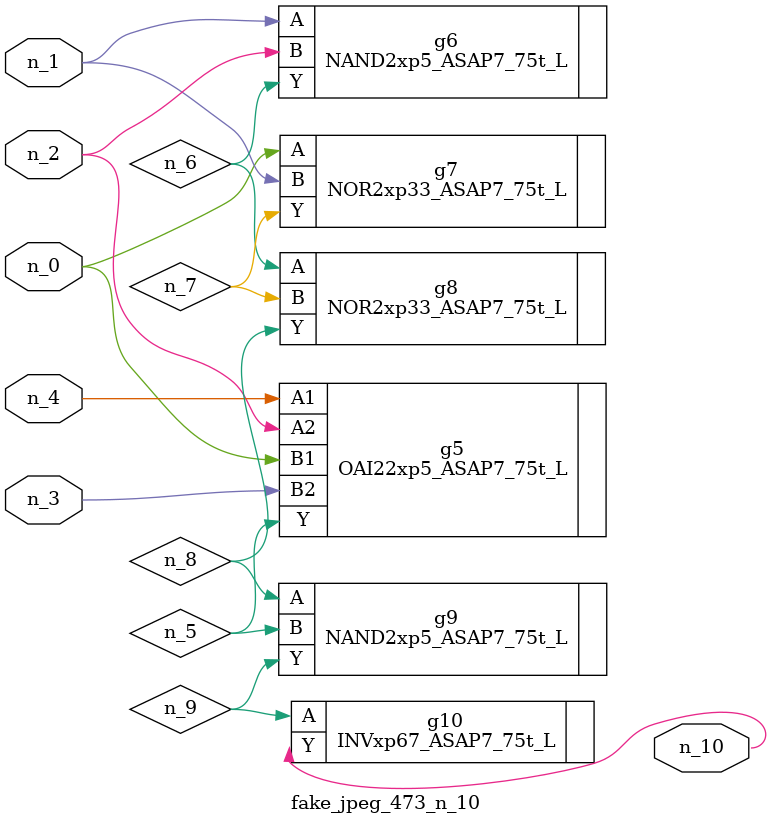
<source format=v>
module fake_jpeg_473_n_10 (n_3, n_2, n_1, n_0, n_4, n_10);

input n_3;
input n_2;
input n_1;
input n_0;
input n_4;

output n_10;

wire n_8;
wire n_9;
wire n_6;
wire n_5;
wire n_7;

OAI22xp5_ASAP7_75t_L g5 ( 
.A1(n_4),
.A2(n_2),
.B1(n_0),
.B2(n_3),
.Y(n_5)
);

NAND2xp5_ASAP7_75t_L g6 ( 
.A(n_1),
.B(n_2),
.Y(n_6)
);

NOR2xp33_ASAP7_75t_L g7 ( 
.A(n_0),
.B(n_1),
.Y(n_7)
);

NOR2xp33_ASAP7_75t_L g8 ( 
.A(n_6),
.B(n_7),
.Y(n_8)
);

NAND2xp5_ASAP7_75t_L g9 ( 
.A(n_8),
.B(n_5),
.Y(n_9)
);

INVxp67_ASAP7_75t_L g10 ( 
.A(n_9),
.Y(n_10)
);


endmodule
</source>
